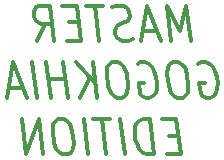
<source format=gbr>
%TF.GenerationSoftware,KiCad,Pcbnew,(5.1.10)-1*%
%TF.CreationDate,2021-11-29T17:35:51+04:00*%
%TF.ProjectId,Coffe_Machine_Gogokhia_Edition_SIMPLE,436f6666-655f-44d6-9163-68696e655f47,rev?*%
%TF.SameCoordinates,Original*%
%TF.FileFunction,Legend,Bot*%
%TF.FilePolarity,Positive*%
%FSLAX46Y46*%
G04 Gerber Fmt 4.6, Leading zero omitted, Abs format (unit mm)*
G04 Created by KiCad (PCBNEW (5.1.10)-1) date 2021-11-29 17:35:51*
%MOMM*%
%LPD*%
G01*
G04 APERTURE LIST*
%ADD10C,0.300000*%
G04 APERTURE END LIST*
D10*
X142700200Y-90587942D02*
X142325200Y-87587942D01*
X141759724Y-89730800D01*
X140658533Y-87587942D01*
X141033533Y-90587942D01*
X139854962Y-89730800D02*
X138664485Y-89730800D01*
X140200200Y-90587942D02*
X138991866Y-87587942D01*
X138533533Y-90587942D01*
X137801390Y-90445085D02*
X137462105Y-90587942D01*
X136866866Y-90587942D01*
X136610914Y-90445085D01*
X136474009Y-90302228D01*
X136319247Y-90016514D01*
X136283533Y-89730800D01*
X136366866Y-89445085D01*
X136468057Y-89302228D01*
X136688295Y-89159371D01*
X137146628Y-89016514D01*
X137366866Y-88873657D01*
X137468057Y-88730800D01*
X137551390Y-88445085D01*
X137515676Y-88159371D01*
X137360914Y-87873657D01*
X137224009Y-87730800D01*
X136968057Y-87587942D01*
X136372819Y-87587942D01*
X136033533Y-87730800D01*
X135301390Y-87587942D02*
X133872819Y-87587942D01*
X134962105Y-90587942D02*
X134587105Y-87587942D01*
X133218057Y-89016514D02*
X132384724Y-89016514D01*
X132224009Y-90587942D02*
X133414485Y-90587942D01*
X133039485Y-87587942D01*
X131849009Y-87587942D01*
X129724009Y-90587942D02*
X130378771Y-89159371D01*
X131152581Y-90587942D02*
X130777581Y-87587942D01*
X129825200Y-87587942D01*
X129604962Y-87730800D01*
X129503771Y-87873657D01*
X129420438Y-88159371D01*
X129474009Y-88587942D01*
X129628771Y-88873657D01*
X129765676Y-89016514D01*
X130021628Y-89159371D01*
X130974009Y-89159371D01*
X143354962Y-92530800D02*
X143575200Y-92387942D01*
X143932343Y-92387942D01*
X144307343Y-92530800D01*
X144581152Y-92816514D01*
X144735914Y-93102228D01*
X144926390Y-93673657D01*
X144979962Y-94102228D01*
X144932343Y-94673657D01*
X144849009Y-94959371D01*
X144646628Y-95245085D01*
X144307343Y-95387942D01*
X144069247Y-95387942D01*
X143694247Y-95245085D01*
X143557343Y-95102228D01*
X143432343Y-94102228D01*
X143908533Y-94102228D01*
X141670438Y-92387942D02*
X141194247Y-92387942D01*
X140974009Y-92530800D01*
X140771628Y-92816514D01*
X140724009Y-93387942D01*
X140849009Y-94387942D01*
X141039485Y-94959371D01*
X141313295Y-95245085D01*
X141569247Y-95387942D01*
X142045438Y-95387942D01*
X142265676Y-95245085D01*
X142468057Y-94959371D01*
X142515676Y-94387942D01*
X142390676Y-93387942D01*
X142200200Y-92816514D01*
X141926390Y-92530800D01*
X141670438Y-92387942D01*
X138235914Y-92530800D02*
X138456152Y-92387942D01*
X138813295Y-92387942D01*
X139188295Y-92530800D01*
X139462105Y-92816514D01*
X139616866Y-93102228D01*
X139807343Y-93673657D01*
X139860914Y-94102228D01*
X139813295Y-94673657D01*
X139729962Y-94959371D01*
X139527581Y-95245085D01*
X139188295Y-95387942D01*
X138950200Y-95387942D01*
X138575200Y-95245085D01*
X138438295Y-95102228D01*
X138313295Y-94102228D01*
X138789485Y-94102228D01*
X136551390Y-92387942D02*
X136075200Y-92387942D01*
X135854962Y-92530800D01*
X135652581Y-92816514D01*
X135604962Y-93387942D01*
X135729962Y-94387942D01*
X135920438Y-94959371D01*
X136194247Y-95245085D01*
X136450200Y-95387942D01*
X136926390Y-95387942D01*
X137146628Y-95245085D01*
X137349009Y-94959371D01*
X137396628Y-94387942D01*
X137271628Y-93387942D01*
X137081152Y-92816514D01*
X136807343Y-92530800D01*
X136551390Y-92387942D01*
X134783533Y-95387942D02*
X134408533Y-92387942D01*
X133354962Y-95387942D02*
X134212105Y-93673657D01*
X132979962Y-92387942D02*
X134622819Y-94102228D01*
X132283533Y-95387942D02*
X131908533Y-92387942D01*
X132087105Y-93816514D02*
X130658533Y-93816514D01*
X130854962Y-95387942D02*
X130479962Y-92387942D01*
X129664485Y-95387942D02*
X129289485Y-92387942D01*
X128485914Y-94530800D02*
X127295438Y-94530800D01*
X128831152Y-95387942D02*
X127622819Y-92387942D01*
X127164485Y-95387942D01*
X141670438Y-98616514D02*
X140837105Y-98616514D01*
X140676390Y-100187942D02*
X141866866Y-100187942D01*
X141491866Y-97187942D01*
X140301390Y-97187942D01*
X139604962Y-100187942D02*
X139229962Y-97187942D01*
X138634724Y-97187942D01*
X138295438Y-97330800D01*
X138093057Y-97616514D01*
X138009724Y-97902228D01*
X137962105Y-98473657D01*
X138015676Y-98902228D01*
X138206152Y-99473657D01*
X138360914Y-99759371D01*
X138634724Y-100045085D01*
X139009724Y-100187942D01*
X139604962Y-100187942D01*
X137104962Y-100187942D02*
X136729962Y-97187942D01*
X135896628Y-97187942D02*
X134468057Y-97187942D01*
X135557343Y-100187942D02*
X135182343Y-97187942D01*
X134009724Y-100187942D02*
X133634724Y-97187942D01*
X131968057Y-97187942D02*
X131491866Y-97187942D01*
X131271628Y-97330800D01*
X131069247Y-97616514D01*
X131021628Y-98187942D01*
X131146628Y-99187942D01*
X131337105Y-99759371D01*
X131610914Y-100045085D01*
X131866866Y-100187942D01*
X132343057Y-100187942D01*
X132563295Y-100045085D01*
X132765676Y-99759371D01*
X132813295Y-99187942D01*
X132688295Y-98187942D01*
X132497819Y-97616514D01*
X132224009Y-97330800D01*
X131968057Y-97187942D01*
X130200200Y-100187942D02*
X129825200Y-97187942D01*
X128771628Y-100187942D01*
X128396628Y-97187942D01*
M02*

</source>
